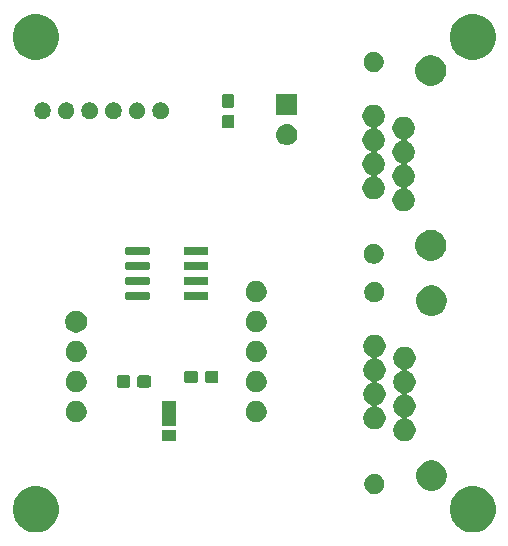
<source format=gbs>
G04 #@! TF.GenerationSoftware,KiCad,Pcbnew,(5.1.2)-1*
G04 #@! TF.CreationDate,2020-12-30T23:25:53+09:00*
G04 #@! TF.ProjectId,M5Atom_CAN_RJ45,4d354174-6f6d-45f4-9341-4e5f524a3435,rev?*
G04 #@! TF.SameCoordinates,Original*
G04 #@! TF.FileFunction,Soldermask,Bot*
G04 #@! TF.FilePolarity,Negative*
%FSLAX46Y46*%
G04 Gerber Fmt 4.6, Leading zero omitted, Abs format (unit mm)*
G04 Created by KiCad (PCBNEW (5.1.2)-1) date 2020-12-30 23:25:53*
%MOMM*%
%LPD*%
G04 APERTURE LIST*
%ADD10C,0.100000*%
G04 APERTURE END LIST*
D10*
G36*
X174569085Y-119323975D02*
G01*
X174924143Y-119471045D01*
X174924145Y-119471046D01*
X175243690Y-119684559D01*
X175515441Y-119956310D01*
X175728954Y-120275855D01*
X175728955Y-120275857D01*
X175876025Y-120630915D01*
X175951000Y-121007842D01*
X175951000Y-121392158D01*
X175876025Y-121769085D01*
X175728955Y-122124143D01*
X175728954Y-122124145D01*
X175515441Y-122443690D01*
X175243690Y-122715441D01*
X174924145Y-122928954D01*
X174924144Y-122928955D01*
X174924143Y-122928955D01*
X174569085Y-123076025D01*
X174192158Y-123151000D01*
X173807842Y-123151000D01*
X173430915Y-123076025D01*
X173075857Y-122928955D01*
X173075856Y-122928955D01*
X173075855Y-122928954D01*
X172756310Y-122715441D01*
X172484559Y-122443690D01*
X172271046Y-122124145D01*
X172271045Y-122124143D01*
X172123975Y-121769085D01*
X172049000Y-121392158D01*
X172049000Y-121007842D01*
X172123975Y-120630915D01*
X172271045Y-120275857D01*
X172271046Y-120275855D01*
X172484559Y-119956310D01*
X172756310Y-119684559D01*
X173075855Y-119471046D01*
X173075857Y-119471045D01*
X173430915Y-119323975D01*
X173807842Y-119249000D01*
X174192158Y-119249000D01*
X174569085Y-119323975D01*
X174569085Y-119323975D01*
G37*
G36*
X137569086Y-119323975D02*
G01*
X137924144Y-119471045D01*
X137924146Y-119471046D01*
X138243691Y-119684559D01*
X138515442Y-119956310D01*
X138728955Y-120275855D01*
X138728956Y-120275857D01*
X138876026Y-120630915D01*
X138951001Y-121007842D01*
X138951001Y-121392158D01*
X138876026Y-121769085D01*
X138728956Y-122124143D01*
X138728955Y-122124145D01*
X138515442Y-122443690D01*
X138243691Y-122715441D01*
X137924146Y-122928954D01*
X137924145Y-122928955D01*
X137924144Y-122928955D01*
X137569086Y-123076025D01*
X137192159Y-123151000D01*
X136807843Y-123151000D01*
X136430916Y-123076025D01*
X136075858Y-122928955D01*
X136075857Y-122928955D01*
X136075856Y-122928954D01*
X135756311Y-122715441D01*
X135484560Y-122443690D01*
X135271047Y-122124145D01*
X135271046Y-122124143D01*
X135123976Y-121769085D01*
X135049001Y-121392158D01*
X135049001Y-121007842D01*
X135123976Y-120630915D01*
X135271046Y-120275857D01*
X135271047Y-120275855D01*
X135484560Y-119956310D01*
X135756311Y-119684559D01*
X136075856Y-119471046D01*
X136075858Y-119471045D01*
X136430916Y-119323975D01*
X136807843Y-119249000D01*
X137192159Y-119249000D01*
X137569086Y-119323975D01*
X137569086Y-119323975D01*
G37*
G36*
X165919228Y-118240703D02*
G01*
X166074100Y-118304853D01*
X166213481Y-118397985D01*
X166332015Y-118516519D01*
X166425147Y-118655900D01*
X166489297Y-118810772D01*
X166522000Y-118975184D01*
X166522000Y-119142816D01*
X166489297Y-119307228D01*
X166425147Y-119462100D01*
X166332015Y-119601481D01*
X166213481Y-119720015D01*
X166074100Y-119813147D01*
X165919228Y-119877297D01*
X165754816Y-119910000D01*
X165587184Y-119910000D01*
X165422772Y-119877297D01*
X165267900Y-119813147D01*
X165128519Y-119720015D01*
X165009985Y-119601481D01*
X164916853Y-119462100D01*
X164852703Y-119307228D01*
X164820000Y-119142816D01*
X164820000Y-118975184D01*
X164852703Y-118810772D01*
X164916853Y-118655900D01*
X165009985Y-118516519D01*
X165128519Y-118397985D01*
X165267900Y-118304853D01*
X165422772Y-118240703D01*
X165587184Y-118208000D01*
X165754816Y-118208000D01*
X165919228Y-118240703D01*
X165919228Y-118240703D01*
G37*
G36*
X170890487Y-117082996D02*
G01*
X171127253Y-117181068D01*
X171127255Y-117181069D01*
X171340339Y-117323447D01*
X171521553Y-117504661D01*
X171663932Y-117717747D01*
X171762004Y-117954513D01*
X171812000Y-118205861D01*
X171812000Y-118462139D01*
X171762004Y-118713487D01*
X171721707Y-118810772D01*
X171663931Y-118950255D01*
X171521553Y-119163339D01*
X171340339Y-119344553D01*
X171127255Y-119486931D01*
X171127254Y-119486932D01*
X171127253Y-119486932D01*
X170890487Y-119585004D01*
X170639139Y-119635000D01*
X170382861Y-119635000D01*
X170131513Y-119585004D01*
X169894747Y-119486932D01*
X169894746Y-119486932D01*
X169894745Y-119486931D01*
X169681661Y-119344553D01*
X169500447Y-119163339D01*
X169358069Y-118950255D01*
X169300293Y-118810772D01*
X169259996Y-118713487D01*
X169210000Y-118462139D01*
X169210000Y-118205861D01*
X169259996Y-117954513D01*
X169358068Y-117717747D01*
X169500447Y-117504661D01*
X169681661Y-117323447D01*
X169894745Y-117181069D01*
X169894747Y-117181068D01*
X170131513Y-117082996D01*
X170382861Y-117033000D01*
X170639139Y-117033000D01*
X170890487Y-117082996D01*
X170890487Y-117082996D01*
G37*
G36*
X168488395Y-107479546D02*
G01*
X168661466Y-107551234D01*
X168661467Y-107551235D01*
X168817227Y-107655310D01*
X168949690Y-107787773D01*
X168949691Y-107787775D01*
X169053766Y-107943534D01*
X169125454Y-108116605D01*
X169162000Y-108300333D01*
X169162000Y-108487667D01*
X169125454Y-108671395D01*
X169053766Y-108844466D01*
X169053765Y-108844467D01*
X168949690Y-109000227D01*
X168817227Y-109132690D01*
X168738818Y-109185081D01*
X168661466Y-109236766D01*
X168522045Y-109294516D01*
X168500434Y-109306067D01*
X168481492Y-109321612D01*
X168465947Y-109340554D01*
X168454396Y-109362165D01*
X168447283Y-109385614D01*
X168444881Y-109410000D01*
X168447283Y-109434386D01*
X168454396Y-109457835D01*
X168465947Y-109479446D01*
X168481492Y-109498388D01*
X168500434Y-109513933D01*
X168522045Y-109525484D01*
X168661466Y-109583234D01*
X168712750Y-109617501D01*
X168817227Y-109687310D01*
X168949690Y-109819773D01*
X168976880Y-109860466D01*
X169053766Y-109975534D01*
X169125454Y-110148605D01*
X169162000Y-110332333D01*
X169162000Y-110519667D01*
X169125454Y-110703395D01*
X169053766Y-110876466D01*
X169053765Y-110876467D01*
X168949690Y-111032227D01*
X168817227Y-111164690D01*
X168738818Y-111217081D01*
X168661466Y-111268766D01*
X168522045Y-111326516D01*
X168500434Y-111338067D01*
X168481492Y-111353612D01*
X168465947Y-111372554D01*
X168454396Y-111394165D01*
X168447283Y-111417614D01*
X168444881Y-111442000D01*
X168447283Y-111466386D01*
X168454396Y-111489835D01*
X168465947Y-111511446D01*
X168481492Y-111530388D01*
X168500434Y-111545933D01*
X168522045Y-111557484D01*
X168661466Y-111615234D01*
X168661467Y-111615235D01*
X168817227Y-111719310D01*
X168949690Y-111851773D01*
X168949691Y-111851775D01*
X169053766Y-112007534D01*
X169125454Y-112180605D01*
X169162000Y-112364333D01*
X169162000Y-112551667D01*
X169125454Y-112735395D01*
X169053766Y-112908466D01*
X169053765Y-112908467D01*
X168949690Y-113064227D01*
X168817227Y-113196690D01*
X168738818Y-113249081D01*
X168661466Y-113300766D01*
X168522045Y-113358516D01*
X168500434Y-113370067D01*
X168481492Y-113385612D01*
X168465947Y-113404554D01*
X168454396Y-113426165D01*
X168447283Y-113449614D01*
X168444881Y-113474000D01*
X168447283Y-113498386D01*
X168454396Y-113521835D01*
X168465947Y-113543446D01*
X168481492Y-113562388D01*
X168500434Y-113577933D01*
X168522045Y-113589484D01*
X168661466Y-113647234D01*
X168661467Y-113647235D01*
X168817227Y-113751310D01*
X168949690Y-113883773D01*
X168949691Y-113883775D01*
X169053766Y-114039534D01*
X169125454Y-114212605D01*
X169162000Y-114396333D01*
X169162000Y-114583667D01*
X169125454Y-114767395D01*
X169053766Y-114940466D01*
X169053765Y-114940467D01*
X168949690Y-115096227D01*
X168817227Y-115228690D01*
X168738818Y-115281081D01*
X168661466Y-115332766D01*
X168488395Y-115404454D01*
X168304667Y-115441000D01*
X168117333Y-115441000D01*
X167933605Y-115404454D01*
X167760534Y-115332766D01*
X167683182Y-115281081D01*
X167604773Y-115228690D01*
X167472310Y-115096227D01*
X167368235Y-114940467D01*
X167368234Y-114940466D01*
X167296546Y-114767395D01*
X167260000Y-114583667D01*
X167260000Y-114396333D01*
X167296546Y-114212605D01*
X167368234Y-114039534D01*
X167472309Y-113883775D01*
X167472310Y-113883773D01*
X167604773Y-113751310D01*
X167760533Y-113647235D01*
X167760534Y-113647234D01*
X167899955Y-113589484D01*
X167921566Y-113577933D01*
X167940508Y-113562388D01*
X167956053Y-113543446D01*
X167967604Y-113521835D01*
X167974717Y-113498386D01*
X167977119Y-113474000D01*
X167974717Y-113449614D01*
X167967604Y-113426165D01*
X167956053Y-113404554D01*
X167940508Y-113385612D01*
X167921566Y-113370067D01*
X167899955Y-113358516D01*
X167760534Y-113300766D01*
X167683182Y-113249081D01*
X167604773Y-113196690D01*
X167472310Y-113064227D01*
X167368235Y-112908467D01*
X167368234Y-112908466D01*
X167296546Y-112735395D01*
X167260000Y-112551667D01*
X167260000Y-112364333D01*
X167296546Y-112180605D01*
X167368234Y-112007534D01*
X167472309Y-111851775D01*
X167472310Y-111851773D01*
X167604773Y-111719310D01*
X167760533Y-111615235D01*
X167760534Y-111615234D01*
X167899955Y-111557484D01*
X167921566Y-111545933D01*
X167940508Y-111530388D01*
X167956053Y-111511446D01*
X167967604Y-111489835D01*
X167974717Y-111466386D01*
X167977119Y-111442000D01*
X167974717Y-111417614D01*
X167967604Y-111394165D01*
X167956053Y-111372554D01*
X167940508Y-111353612D01*
X167921566Y-111338067D01*
X167899955Y-111326516D01*
X167760534Y-111268766D01*
X167683182Y-111217081D01*
X167604773Y-111164690D01*
X167472310Y-111032227D01*
X167368235Y-110876467D01*
X167368234Y-110876466D01*
X167296546Y-110703395D01*
X167260000Y-110519667D01*
X167260000Y-110332333D01*
X167296546Y-110148605D01*
X167368234Y-109975534D01*
X167445120Y-109860466D01*
X167472310Y-109819773D01*
X167604773Y-109687310D01*
X167709250Y-109617501D01*
X167760534Y-109583234D01*
X167899955Y-109525484D01*
X167921566Y-109513933D01*
X167940508Y-109498388D01*
X167956053Y-109479446D01*
X167967604Y-109457835D01*
X167974717Y-109434386D01*
X167977119Y-109410000D01*
X167974717Y-109385614D01*
X167967604Y-109362165D01*
X167956053Y-109340554D01*
X167940508Y-109321612D01*
X167921566Y-109306067D01*
X167899955Y-109294516D01*
X167760534Y-109236766D01*
X167683182Y-109185081D01*
X167604773Y-109132690D01*
X167472310Y-109000227D01*
X167368235Y-108844467D01*
X167368234Y-108844466D01*
X167296546Y-108671395D01*
X167260000Y-108487667D01*
X167260000Y-108300333D01*
X167296546Y-108116605D01*
X167368234Y-107943534D01*
X167472309Y-107787775D01*
X167472310Y-107787773D01*
X167604773Y-107655310D01*
X167760533Y-107551235D01*
X167760534Y-107551234D01*
X167933605Y-107479546D01*
X168117333Y-107443000D01*
X168304667Y-107443000D01*
X168488395Y-107479546D01*
X168488395Y-107479546D01*
G37*
G36*
X148886000Y-115417000D02*
G01*
X147684000Y-115417000D01*
X147684000Y-114515000D01*
X148886000Y-114515000D01*
X148886000Y-115417000D01*
X148886000Y-115417000D01*
G37*
G36*
X165948395Y-106463546D02*
G01*
X166121466Y-106535234D01*
X166121467Y-106535235D01*
X166277227Y-106639310D01*
X166409690Y-106771773D01*
X166409691Y-106771775D01*
X166513766Y-106927534D01*
X166585454Y-107100605D01*
X166622000Y-107284333D01*
X166622000Y-107471667D01*
X166585454Y-107655395D01*
X166513766Y-107828466D01*
X166513765Y-107828467D01*
X166409690Y-107984227D01*
X166277227Y-108116690D01*
X166198818Y-108169081D01*
X166121466Y-108220766D01*
X165982045Y-108278516D01*
X165960434Y-108290067D01*
X165941492Y-108305612D01*
X165925947Y-108324554D01*
X165914396Y-108346165D01*
X165907283Y-108369614D01*
X165904881Y-108394000D01*
X165907283Y-108418386D01*
X165914396Y-108441835D01*
X165925947Y-108463446D01*
X165941492Y-108482388D01*
X165960434Y-108497933D01*
X165982045Y-108509484D01*
X166121466Y-108567234D01*
X166121467Y-108567235D01*
X166277227Y-108671310D01*
X166409690Y-108803773D01*
X166409691Y-108803775D01*
X166513766Y-108959534D01*
X166585454Y-109132605D01*
X166622000Y-109316333D01*
X166622000Y-109503667D01*
X166585454Y-109687395D01*
X166513766Y-109860466D01*
X166462081Y-109937818D01*
X166409690Y-110016227D01*
X166277227Y-110148690D01*
X166198818Y-110201081D01*
X166121466Y-110252766D01*
X165982045Y-110310516D01*
X165960434Y-110322067D01*
X165941492Y-110337612D01*
X165925947Y-110356554D01*
X165914396Y-110378165D01*
X165907283Y-110401614D01*
X165904881Y-110426000D01*
X165907283Y-110450386D01*
X165914396Y-110473835D01*
X165925947Y-110495446D01*
X165941492Y-110514388D01*
X165960434Y-110529933D01*
X165982045Y-110541484D01*
X166121466Y-110599234D01*
X166121467Y-110599235D01*
X166277227Y-110703310D01*
X166409690Y-110835773D01*
X166409691Y-110835775D01*
X166513766Y-110991534D01*
X166585454Y-111164605D01*
X166622000Y-111348333D01*
X166622000Y-111535667D01*
X166585454Y-111719395D01*
X166513766Y-111892466D01*
X166513765Y-111892467D01*
X166409690Y-112048227D01*
X166277227Y-112180690D01*
X166206202Y-112228147D01*
X166121466Y-112284766D01*
X165982045Y-112342516D01*
X165960434Y-112354067D01*
X165941492Y-112369612D01*
X165925947Y-112388554D01*
X165914396Y-112410165D01*
X165907283Y-112433614D01*
X165904881Y-112458000D01*
X165907283Y-112482386D01*
X165914396Y-112505835D01*
X165925947Y-112527446D01*
X165941492Y-112546388D01*
X165960434Y-112561933D01*
X165982045Y-112573484D01*
X166121466Y-112631234D01*
X166121467Y-112631235D01*
X166277227Y-112735310D01*
X166409690Y-112867773D01*
X166409691Y-112867775D01*
X166513766Y-113023534D01*
X166585454Y-113196605D01*
X166622000Y-113380333D01*
X166622000Y-113567667D01*
X166585454Y-113751395D01*
X166513766Y-113924466D01*
X166513765Y-113924467D01*
X166409690Y-114080227D01*
X166277227Y-114212690D01*
X166198818Y-114265081D01*
X166121466Y-114316766D01*
X165948395Y-114388454D01*
X165764667Y-114425000D01*
X165577333Y-114425000D01*
X165393605Y-114388454D01*
X165220534Y-114316766D01*
X165143182Y-114265081D01*
X165064773Y-114212690D01*
X164932310Y-114080227D01*
X164828235Y-113924467D01*
X164828234Y-113924466D01*
X164756546Y-113751395D01*
X164720000Y-113567667D01*
X164720000Y-113380333D01*
X164756546Y-113196605D01*
X164828234Y-113023534D01*
X164932309Y-112867775D01*
X164932310Y-112867773D01*
X165064773Y-112735310D01*
X165220533Y-112631235D01*
X165220534Y-112631234D01*
X165359955Y-112573484D01*
X165381566Y-112561933D01*
X165400508Y-112546388D01*
X165416053Y-112527446D01*
X165427604Y-112505835D01*
X165434717Y-112482386D01*
X165437119Y-112458000D01*
X165434717Y-112433614D01*
X165427604Y-112410165D01*
X165416053Y-112388554D01*
X165400508Y-112369612D01*
X165381566Y-112354067D01*
X165359955Y-112342516D01*
X165220534Y-112284766D01*
X165135798Y-112228147D01*
X165064773Y-112180690D01*
X164932310Y-112048227D01*
X164828235Y-111892467D01*
X164828234Y-111892466D01*
X164756546Y-111719395D01*
X164720000Y-111535667D01*
X164720000Y-111348333D01*
X164756546Y-111164605D01*
X164828234Y-110991534D01*
X164932309Y-110835775D01*
X164932310Y-110835773D01*
X165064773Y-110703310D01*
X165220533Y-110599235D01*
X165220534Y-110599234D01*
X165359955Y-110541484D01*
X165381566Y-110529933D01*
X165400508Y-110514388D01*
X165416053Y-110495446D01*
X165427604Y-110473835D01*
X165434717Y-110450386D01*
X165437119Y-110426000D01*
X165434717Y-110401614D01*
X165427604Y-110378165D01*
X165416053Y-110356554D01*
X165400508Y-110337612D01*
X165381566Y-110322067D01*
X165359955Y-110310516D01*
X165220534Y-110252766D01*
X165143182Y-110201081D01*
X165064773Y-110148690D01*
X164932310Y-110016227D01*
X164879919Y-109937818D01*
X164828234Y-109860466D01*
X164756546Y-109687395D01*
X164720000Y-109503667D01*
X164720000Y-109316333D01*
X164756546Y-109132605D01*
X164828234Y-108959534D01*
X164932309Y-108803775D01*
X164932310Y-108803773D01*
X165064773Y-108671310D01*
X165220533Y-108567235D01*
X165220534Y-108567234D01*
X165359955Y-108509484D01*
X165381566Y-108497933D01*
X165400508Y-108482388D01*
X165416053Y-108463446D01*
X165427604Y-108441835D01*
X165434717Y-108418386D01*
X165437119Y-108394000D01*
X165434717Y-108369614D01*
X165427604Y-108346165D01*
X165416053Y-108324554D01*
X165400508Y-108305612D01*
X165381566Y-108290067D01*
X165359955Y-108278516D01*
X165220534Y-108220766D01*
X165143182Y-108169081D01*
X165064773Y-108116690D01*
X164932310Y-107984227D01*
X164828235Y-107828467D01*
X164828234Y-107828466D01*
X164756546Y-107655395D01*
X164720000Y-107471667D01*
X164720000Y-107284333D01*
X164756546Y-107100605D01*
X164828234Y-106927534D01*
X164932309Y-106771775D01*
X164932310Y-106771773D01*
X165064773Y-106639310D01*
X165220533Y-106535235D01*
X165220534Y-106535234D01*
X165393605Y-106463546D01*
X165577333Y-106427000D01*
X165764667Y-106427000D01*
X165948395Y-106463546D01*
X165948395Y-106463546D01*
G37*
G36*
X148886000Y-114117000D02*
G01*
X147684000Y-114117000D01*
X147684000Y-112015000D01*
X148886000Y-112015000D01*
X148886000Y-114117000D01*
X148886000Y-114117000D01*
G37*
G36*
X140540512Y-112031927D02*
G01*
X140689812Y-112061624D01*
X140853784Y-112129544D01*
X141001354Y-112228147D01*
X141126853Y-112353646D01*
X141225456Y-112501216D01*
X141293376Y-112665188D01*
X141328000Y-112839259D01*
X141328000Y-113016741D01*
X141293376Y-113190812D01*
X141225456Y-113354784D01*
X141126853Y-113502354D01*
X141001354Y-113627853D01*
X140853784Y-113726456D01*
X140689812Y-113794376D01*
X140540512Y-113824073D01*
X140515742Y-113829000D01*
X140338258Y-113829000D01*
X140313488Y-113824073D01*
X140164188Y-113794376D01*
X140000216Y-113726456D01*
X139852646Y-113627853D01*
X139727147Y-113502354D01*
X139628544Y-113354784D01*
X139560624Y-113190812D01*
X139526000Y-113016741D01*
X139526000Y-112839259D01*
X139560624Y-112665188D01*
X139628544Y-112501216D01*
X139727147Y-112353646D01*
X139852646Y-112228147D01*
X140000216Y-112129544D01*
X140164188Y-112061624D01*
X140313488Y-112031927D01*
X140338258Y-112027000D01*
X140515742Y-112027000D01*
X140540512Y-112031927D01*
X140540512Y-112031927D01*
G37*
G36*
X155780512Y-112031927D02*
G01*
X155929812Y-112061624D01*
X156093784Y-112129544D01*
X156241354Y-112228147D01*
X156366853Y-112353646D01*
X156465456Y-112501216D01*
X156533376Y-112665188D01*
X156568000Y-112839259D01*
X156568000Y-113016741D01*
X156533376Y-113190812D01*
X156465456Y-113354784D01*
X156366853Y-113502354D01*
X156241354Y-113627853D01*
X156093784Y-113726456D01*
X155929812Y-113794376D01*
X155780512Y-113824073D01*
X155755742Y-113829000D01*
X155578258Y-113829000D01*
X155553488Y-113824073D01*
X155404188Y-113794376D01*
X155240216Y-113726456D01*
X155092646Y-113627853D01*
X154967147Y-113502354D01*
X154868544Y-113354784D01*
X154800624Y-113190812D01*
X154766000Y-113016741D01*
X154766000Y-112839259D01*
X154800624Y-112665188D01*
X154868544Y-112501216D01*
X154967147Y-112353646D01*
X155092646Y-112228147D01*
X155240216Y-112129544D01*
X155404188Y-112061624D01*
X155553488Y-112031927D01*
X155578258Y-112027000D01*
X155755742Y-112027000D01*
X155780512Y-112031927D01*
X155780512Y-112031927D01*
G37*
G36*
X140540512Y-109491927D02*
G01*
X140689812Y-109521624D01*
X140853784Y-109589544D01*
X141001354Y-109688147D01*
X141126853Y-109813646D01*
X141225456Y-109961216D01*
X141293376Y-110125188D01*
X141317207Y-110245000D01*
X141328000Y-110299258D01*
X141328000Y-110476742D01*
X141325164Y-110491000D01*
X141293376Y-110650812D01*
X141225456Y-110814784D01*
X141126853Y-110962354D01*
X141001354Y-111087853D01*
X140853784Y-111186456D01*
X140689812Y-111254376D01*
X140540512Y-111284073D01*
X140515742Y-111289000D01*
X140338258Y-111289000D01*
X140313488Y-111284073D01*
X140164188Y-111254376D01*
X140000216Y-111186456D01*
X139852646Y-111087853D01*
X139727147Y-110962354D01*
X139628544Y-110814784D01*
X139560624Y-110650812D01*
X139528836Y-110491000D01*
X139526000Y-110476742D01*
X139526000Y-110299258D01*
X139536793Y-110245000D01*
X139560624Y-110125188D01*
X139628544Y-109961216D01*
X139727147Y-109813646D01*
X139852646Y-109688147D01*
X140000216Y-109589544D01*
X140164188Y-109521624D01*
X140313488Y-109491927D01*
X140338258Y-109487000D01*
X140515742Y-109487000D01*
X140540512Y-109491927D01*
X140540512Y-109491927D01*
G37*
G36*
X155780512Y-109491927D02*
G01*
X155929812Y-109521624D01*
X156093784Y-109589544D01*
X156241354Y-109688147D01*
X156366853Y-109813646D01*
X156465456Y-109961216D01*
X156533376Y-110125188D01*
X156557207Y-110245000D01*
X156568000Y-110299258D01*
X156568000Y-110476742D01*
X156565164Y-110491000D01*
X156533376Y-110650812D01*
X156465456Y-110814784D01*
X156366853Y-110962354D01*
X156241354Y-111087853D01*
X156093784Y-111186456D01*
X155929812Y-111254376D01*
X155780512Y-111284073D01*
X155755742Y-111289000D01*
X155578258Y-111289000D01*
X155553488Y-111284073D01*
X155404188Y-111254376D01*
X155240216Y-111186456D01*
X155092646Y-111087853D01*
X154967147Y-110962354D01*
X154868544Y-110814784D01*
X154800624Y-110650812D01*
X154768836Y-110491000D01*
X154766000Y-110476742D01*
X154766000Y-110299258D01*
X154776793Y-110245000D01*
X154800624Y-110125188D01*
X154868544Y-109961216D01*
X154967147Y-109813646D01*
X155092646Y-109688147D01*
X155240216Y-109589544D01*
X155404188Y-109521624D01*
X155553488Y-109491927D01*
X155578258Y-109487000D01*
X155755742Y-109487000D01*
X155780512Y-109491927D01*
X155780512Y-109491927D01*
G37*
G36*
X144838499Y-109841445D02*
G01*
X144875995Y-109852820D01*
X144910554Y-109871292D01*
X144940847Y-109896153D01*
X144965708Y-109926446D01*
X144984180Y-109961005D01*
X144995555Y-109998501D01*
X145000000Y-110043638D01*
X145000000Y-110682362D01*
X144995555Y-110727499D01*
X144984180Y-110764995D01*
X144965708Y-110799554D01*
X144940847Y-110829847D01*
X144910554Y-110854708D01*
X144875995Y-110873180D01*
X144838499Y-110884555D01*
X144793362Y-110889000D01*
X144054638Y-110889000D01*
X144009501Y-110884555D01*
X143972005Y-110873180D01*
X143937446Y-110854708D01*
X143907153Y-110829847D01*
X143882292Y-110799554D01*
X143863820Y-110764995D01*
X143852445Y-110727499D01*
X143848000Y-110682362D01*
X143848000Y-110043638D01*
X143852445Y-109998501D01*
X143863820Y-109961005D01*
X143882292Y-109926446D01*
X143907153Y-109896153D01*
X143937446Y-109871292D01*
X143972005Y-109852820D01*
X144009501Y-109841445D01*
X144054638Y-109837000D01*
X144793362Y-109837000D01*
X144838499Y-109841445D01*
X144838499Y-109841445D01*
G37*
G36*
X146588499Y-109841445D02*
G01*
X146625995Y-109852820D01*
X146660554Y-109871292D01*
X146690847Y-109896153D01*
X146715708Y-109926446D01*
X146734180Y-109961005D01*
X146745555Y-109998501D01*
X146750000Y-110043638D01*
X146750000Y-110682362D01*
X146745555Y-110727499D01*
X146734180Y-110764995D01*
X146715708Y-110799554D01*
X146690847Y-110829847D01*
X146660554Y-110854708D01*
X146625995Y-110873180D01*
X146588499Y-110884555D01*
X146543362Y-110889000D01*
X145804638Y-110889000D01*
X145759501Y-110884555D01*
X145722005Y-110873180D01*
X145687446Y-110854708D01*
X145657153Y-110829847D01*
X145632292Y-110799554D01*
X145613820Y-110764995D01*
X145602445Y-110727499D01*
X145598000Y-110682362D01*
X145598000Y-110043638D01*
X145602445Y-109998501D01*
X145613820Y-109961005D01*
X145632292Y-109926446D01*
X145657153Y-109896153D01*
X145687446Y-109871292D01*
X145722005Y-109852820D01*
X145759501Y-109841445D01*
X145804638Y-109837000D01*
X146543362Y-109837000D01*
X146588499Y-109841445D01*
X146588499Y-109841445D01*
G37*
G36*
X152306499Y-109460445D02*
G01*
X152343995Y-109471820D01*
X152378554Y-109490292D01*
X152408847Y-109515153D01*
X152433708Y-109545446D01*
X152452180Y-109580005D01*
X152463555Y-109617501D01*
X152468000Y-109662638D01*
X152468000Y-110301362D01*
X152463555Y-110346499D01*
X152452180Y-110383995D01*
X152433708Y-110418554D01*
X152408847Y-110448847D01*
X152378554Y-110473708D01*
X152343995Y-110492180D01*
X152306499Y-110503555D01*
X152261362Y-110508000D01*
X151522638Y-110508000D01*
X151477501Y-110503555D01*
X151440005Y-110492180D01*
X151405446Y-110473708D01*
X151375153Y-110448847D01*
X151350292Y-110418554D01*
X151331820Y-110383995D01*
X151320445Y-110346499D01*
X151316000Y-110301362D01*
X151316000Y-109662638D01*
X151320445Y-109617501D01*
X151331820Y-109580005D01*
X151350292Y-109545446D01*
X151375153Y-109515153D01*
X151405446Y-109490292D01*
X151440005Y-109471820D01*
X151477501Y-109460445D01*
X151522638Y-109456000D01*
X152261362Y-109456000D01*
X152306499Y-109460445D01*
X152306499Y-109460445D01*
G37*
G36*
X150556499Y-109460445D02*
G01*
X150593995Y-109471820D01*
X150628554Y-109490292D01*
X150658847Y-109515153D01*
X150683708Y-109545446D01*
X150702180Y-109580005D01*
X150713555Y-109617501D01*
X150718000Y-109662638D01*
X150718000Y-110301362D01*
X150713555Y-110346499D01*
X150702180Y-110383995D01*
X150683708Y-110418554D01*
X150658847Y-110448847D01*
X150628554Y-110473708D01*
X150593995Y-110492180D01*
X150556499Y-110503555D01*
X150511362Y-110508000D01*
X149772638Y-110508000D01*
X149727501Y-110503555D01*
X149690005Y-110492180D01*
X149655446Y-110473708D01*
X149625153Y-110448847D01*
X149600292Y-110418554D01*
X149581820Y-110383995D01*
X149570445Y-110346499D01*
X149566000Y-110301362D01*
X149566000Y-109662638D01*
X149570445Y-109617501D01*
X149581820Y-109580005D01*
X149600292Y-109545446D01*
X149625153Y-109515153D01*
X149655446Y-109490292D01*
X149690005Y-109471820D01*
X149727501Y-109460445D01*
X149772638Y-109456000D01*
X150511362Y-109456000D01*
X150556499Y-109460445D01*
X150556499Y-109460445D01*
G37*
G36*
X155780512Y-106951927D02*
G01*
X155929812Y-106981624D01*
X156093784Y-107049544D01*
X156241354Y-107148147D01*
X156366853Y-107273646D01*
X156465456Y-107421216D01*
X156533376Y-107585188D01*
X156568000Y-107759259D01*
X156568000Y-107936741D01*
X156533376Y-108110812D01*
X156465456Y-108274784D01*
X156366853Y-108422354D01*
X156241354Y-108547853D01*
X156093784Y-108646456D01*
X155929812Y-108714376D01*
X155780512Y-108744073D01*
X155755742Y-108749000D01*
X155578258Y-108749000D01*
X155553488Y-108744073D01*
X155404188Y-108714376D01*
X155240216Y-108646456D01*
X155092646Y-108547853D01*
X154967147Y-108422354D01*
X154868544Y-108274784D01*
X154800624Y-108110812D01*
X154766000Y-107936741D01*
X154766000Y-107759259D01*
X154800624Y-107585188D01*
X154868544Y-107421216D01*
X154967147Y-107273646D01*
X155092646Y-107148147D01*
X155240216Y-107049544D01*
X155404188Y-106981624D01*
X155553488Y-106951927D01*
X155578258Y-106947000D01*
X155755742Y-106947000D01*
X155780512Y-106951927D01*
X155780512Y-106951927D01*
G37*
G36*
X140540512Y-106951927D02*
G01*
X140689812Y-106981624D01*
X140853784Y-107049544D01*
X141001354Y-107148147D01*
X141126853Y-107273646D01*
X141225456Y-107421216D01*
X141293376Y-107585188D01*
X141328000Y-107759259D01*
X141328000Y-107936741D01*
X141293376Y-108110812D01*
X141225456Y-108274784D01*
X141126853Y-108422354D01*
X141001354Y-108547853D01*
X140853784Y-108646456D01*
X140689812Y-108714376D01*
X140540512Y-108744073D01*
X140515742Y-108749000D01*
X140338258Y-108749000D01*
X140313488Y-108744073D01*
X140164188Y-108714376D01*
X140000216Y-108646456D01*
X139852646Y-108547853D01*
X139727147Y-108422354D01*
X139628544Y-108274784D01*
X139560624Y-108110812D01*
X139526000Y-107936741D01*
X139526000Y-107759259D01*
X139560624Y-107585188D01*
X139628544Y-107421216D01*
X139727147Y-107273646D01*
X139852646Y-107148147D01*
X140000216Y-107049544D01*
X140164188Y-106981624D01*
X140313488Y-106951927D01*
X140338258Y-106947000D01*
X140515742Y-106947000D01*
X140540512Y-106951927D01*
X140540512Y-106951927D01*
G37*
G36*
X140700925Y-104404988D02*
G01*
X140871829Y-104475779D01*
X140871831Y-104475780D01*
X141025641Y-104578553D01*
X141156447Y-104709359D01*
X141206992Y-104785004D01*
X141259221Y-104863171D01*
X141330012Y-105034075D01*
X141366100Y-105215505D01*
X141366100Y-105400495D01*
X141330012Y-105581925D01*
X141259221Y-105752829D01*
X141259220Y-105752831D01*
X141156447Y-105906641D01*
X141025641Y-106037447D01*
X140871831Y-106140220D01*
X140871830Y-106140221D01*
X140871829Y-106140221D01*
X140700925Y-106211012D01*
X140519495Y-106247100D01*
X140334505Y-106247100D01*
X140153075Y-106211012D01*
X139982171Y-106140221D01*
X139982170Y-106140221D01*
X139982169Y-106140220D01*
X139828359Y-106037447D01*
X139697553Y-105906641D01*
X139594780Y-105752831D01*
X139594779Y-105752829D01*
X139523988Y-105581925D01*
X139487900Y-105400495D01*
X139487900Y-105215505D01*
X139523988Y-105034075D01*
X139594779Y-104863171D01*
X139647009Y-104785004D01*
X139697553Y-104709359D01*
X139828359Y-104578553D01*
X139982169Y-104475780D01*
X139982171Y-104475779D01*
X140153075Y-104404988D01*
X140334505Y-104368900D01*
X140519495Y-104368900D01*
X140700925Y-104404988D01*
X140700925Y-104404988D01*
G37*
G36*
X155780512Y-104411927D02*
G01*
X155929812Y-104441624D01*
X156093784Y-104509544D01*
X156241354Y-104608147D01*
X156366853Y-104733646D01*
X156465456Y-104881216D01*
X156533376Y-105045188D01*
X156568000Y-105219259D01*
X156568000Y-105396741D01*
X156533376Y-105570812D01*
X156465456Y-105734784D01*
X156366853Y-105882354D01*
X156241354Y-106007853D01*
X156093784Y-106106456D01*
X155929812Y-106174376D01*
X155780512Y-106204073D01*
X155755742Y-106209000D01*
X155578258Y-106209000D01*
X155553488Y-106204073D01*
X155404188Y-106174376D01*
X155240216Y-106106456D01*
X155092646Y-106007853D01*
X154967147Y-105882354D01*
X154868544Y-105734784D01*
X154800624Y-105570812D01*
X154766000Y-105396741D01*
X154766000Y-105219259D01*
X154800624Y-105045188D01*
X154868544Y-104881216D01*
X154967147Y-104733646D01*
X155092646Y-104608147D01*
X155240216Y-104509544D01*
X155404188Y-104441624D01*
X155553488Y-104411927D01*
X155578258Y-104407000D01*
X155755742Y-104407000D01*
X155780512Y-104411927D01*
X155780512Y-104411927D01*
G37*
G36*
X170890487Y-102282996D02*
G01*
X171127253Y-102381068D01*
X171127255Y-102381069D01*
X171340339Y-102523447D01*
X171521553Y-102704661D01*
X171661604Y-102914262D01*
X171663932Y-102917747D01*
X171762004Y-103154513D01*
X171812000Y-103405861D01*
X171812000Y-103662139D01*
X171762004Y-103913487D01*
X171663932Y-104150253D01*
X171663931Y-104150255D01*
X171521553Y-104363339D01*
X171340339Y-104544553D01*
X171127255Y-104686931D01*
X171127254Y-104686932D01*
X171127253Y-104686932D01*
X170890487Y-104785004D01*
X170639139Y-104835000D01*
X170382861Y-104835000D01*
X170131513Y-104785004D01*
X169894747Y-104686932D01*
X169894746Y-104686932D01*
X169894745Y-104686931D01*
X169681661Y-104544553D01*
X169500447Y-104363339D01*
X169358069Y-104150255D01*
X169358068Y-104150253D01*
X169259996Y-103913487D01*
X169210000Y-103662139D01*
X169210000Y-103405861D01*
X169259996Y-103154513D01*
X169358068Y-102917747D01*
X169360397Y-102914262D01*
X169500447Y-102704661D01*
X169681661Y-102523447D01*
X169894745Y-102381069D01*
X169894747Y-102381068D01*
X170131513Y-102282996D01*
X170382861Y-102233000D01*
X170639139Y-102233000D01*
X170890487Y-102282996D01*
X170890487Y-102282996D01*
G37*
G36*
X155780512Y-101871927D02*
G01*
X155929812Y-101901624D01*
X156093784Y-101969544D01*
X156241354Y-102068147D01*
X156366853Y-102193646D01*
X156465456Y-102341216D01*
X156533376Y-102505188D01*
X156568000Y-102679259D01*
X156568000Y-102856741D01*
X156533376Y-103030812D01*
X156465456Y-103194784D01*
X156366853Y-103342354D01*
X156241354Y-103467853D01*
X156093784Y-103566456D01*
X155929812Y-103634376D01*
X155790234Y-103662139D01*
X155755742Y-103669000D01*
X155578258Y-103669000D01*
X155543766Y-103662139D01*
X155404188Y-103634376D01*
X155240216Y-103566456D01*
X155092646Y-103467853D01*
X154967147Y-103342354D01*
X154868544Y-103194784D01*
X154800624Y-103030812D01*
X154766000Y-102856741D01*
X154766000Y-102679259D01*
X154800624Y-102505188D01*
X154868544Y-102341216D01*
X154967147Y-102193646D01*
X155092646Y-102068147D01*
X155240216Y-101969544D01*
X155404188Y-101901624D01*
X155553488Y-101871927D01*
X155578258Y-101867000D01*
X155755742Y-101867000D01*
X155780512Y-101871927D01*
X155780512Y-101871927D01*
G37*
G36*
X165919228Y-101990703D02*
G01*
X166074100Y-102054853D01*
X166213481Y-102147985D01*
X166332015Y-102266519D01*
X166425147Y-102405900D01*
X166489297Y-102560772D01*
X166522000Y-102725184D01*
X166522000Y-102892816D01*
X166489297Y-103057228D01*
X166425147Y-103212100D01*
X166332015Y-103351481D01*
X166213481Y-103470015D01*
X166074100Y-103563147D01*
X165919228Y-103627297D01*
X165754816Y-103660000D01*
X165587184Y-103660000D01*
X165422772Y-103627297D01*
X165267900Y-103563147D01*
X165128519Y-103470015D01*
X165009985Y-103351481D01*
X164916853Y-103212100D01*
X164852703Y-103057228D01*
X164820000Y-102892816D01*
X164820000Y-102725184D01*
X164852703Y-102560772D01*
X164916853Y-102405900D01*
X165009985Y-102266519D01*
X165128519Y-102147985D01*
X165267900Y-102054853D01*
X165422772Y-101990703D01*
X165587184Y-101958000D01*
X165754816Y-101958000D01*
X165919228Y-101990703D01*
X165919228Y-101990703D01*
G37*
G36*
X146541928Y-102775764D02*
G01*
X146563009Y-102782160D01*
X146582445Y-102792548D01*
X146599476Y-102806524D01*
X146613452Y-102823555D01*
X146623840Y-102842991D01*
X146630236Y-102864072D01*
X146633000Y-102892140D01*
X146633000Y-103355860D01*
X146630236Y-103383928D01*
X146623840Y-103405009D01*
X146613452Y-103424445D01*
X146599476Y-103441476D01*
X146582445Y-103455452D01*
X146563009Y-103465840D01*
X146541928Y-103472236D01*
X146513860Y-103475000D01*
X144700140Y-103475000D01*
X144672072Y-103472236D01*
X144650991Y-103465840D01*
X144631555Y-103455452D01*
X144614524Y-103441476D01*
X144600548Y-103424445D01*
X144590160Y-103405009D01*
X144583764Y-103383928D01*
X144581000Y-103355860D01*
X144581000Y-102892140D01*
X144583764Y-102864072D01*
X144590160Y-102842991D01*
X144600548Y-102823555D01*
X144614524Y-102806524D01*
X144631555Y-102792548D01*
X144650991Y-102782160D01*
X144672072Y-102775764D01*
X144700140Y-102773000D01*
X146513860Y-102773000D01*
X146541928Y-102775764D01*
X146541928Y-102775764D01*
G37*
G36*
X151491928Y-102775764D02*
G01*
X151513009Y-102782160D01*
X151532445Y-102792548D01*
X151549476Y-102806524D01*
X151563452Y-102823555D01*
X151573840Y-102842991D01*
X151580236Y-102864072D01*
X151583000Y-102892140D01*
X151583000Y-103355860D01*
X151580236Y-103383928D01*
X151573840Y-103405009D01*
X151563452Y-103424445D01*
X151549476Y-103441476D01*
X151532445Y-103455452D01*
X151513009Y-103465840D01*
X151491928Y-103472236D01*
X151463860Y-103475000D01*
X149650140Y-103475000D01*
X149622072Y-103472236D01*
X149600991Y-103465840D01*
X149581555Y-103455452D01*
X149564524Y-103441476D01*
X149550548Y-103424445D01*
X149540160Y-103405009D01*
X149533764Y-103383928D01*
X149531000Y-103355860D01*
X149531000Y-102892140D01*
X149533764Y-102864072D01*
X149540160Y-102842991D01*
X149550548Y-102823555D01*
X149564524Y-102806524D01*
X149581555Y-102792548D01*
X149600991Y-102782160D01*
X149622072Y-102775764D01*
X149650140Y-102773000D01*
X151463860Y-102773000D01*
X151491928Y-102775764D01*
X151491928Y-102775764D01*
G37*
G36*
X146541928Y-101505764D02*
G01*
X146563009Y-101512160D01*
X146582445Y-101522548D01*
X146599476Y-101536524D01*
X146613452Y-101553555D01*
X146623840Y-101572991D01*
X146630236Y-101594072D01*
X146633000Y-101622140D01*
X146633000Y-102085860D01*
X146630236Y-102113928D01*
X146623840Y-102135009D01*
X146613452Y-102154445D01*
X146599476Y-102171476D01*
X146582445Y-102185452D01*
X146563009Y-102195840D01*
X146541928Y-102202236D01*
X146513860Y-102205000D01*
X144700140Y-102205000D01*
X144672072Y-102202236D01*
X144650991Y-102195840D01*
X144631555Y-102185452D01*
X144614524Y-102171476D01*
X144600548Y-102154445D01*
X144590160Y-102135009D01*
X144583764Y-102113928D01*
X144581000Y-102085860D01*
X144581000Y-101622140D01*
X144583764Y-101594072D01*
X144590160Y-101572991D01*
X144600548Y-101553555D01*
X144614524Y-101536524D01*
X144631555Y-101522548D01*
X144650991Y-101512160D01*
X144672072Y-101505764D01*
X144700140Y-101503000D01*
X146513860Y-101503000D01*
X146541928Y-101505764D01*
X146541928Y-101505764D01*
G37*
G36*
X151491928Y-101505764D02*
G01*
X151513009Y-101512160D01*
X151532445Y-101522548D01*
X151549476Y-101536524D01*
X151563452Y-101553555D01*
X151573840Y-101572991D01*
X151580236Y-101594072D01*
X151583000Y-101622140D01*
X151583000Y-102085860D01*
X151580236Y-102113928D01*
X151573840Y-102135009D01*
X151563452Y-102154445D01*
X151549476Y-102171476D01*
X151532445Y-102185452D01*
X151513009Y-102195840D01*
X151491928Y-102202236D01*
X151463860Y-102205000D01*
X149650140Y-102205000D01*
X149622072Y-102202236D01*
X149600991Y-102195840D01*
X149581555Y-102185452D01*
X149564524Y-102171476D01*
X149550548Y-102154445D01*
X149540160Y-102135009D01*
X149533764Y-102113928D01*
X149531000Y-102085860D01*
X149531000Y-101622140D01*
X149533764Y-101594072D01*
X149540160Y-101572991D01*
X149550548Y-101553555D01*
X149564524Y-101536524D01*
X149581555Y-101522548D01*
X149600991Y-101512160D01*
X149622072Y-101505764D01*
X149650140Y-101503000D01*
X151463860Y-101503000D01*
X151491928Y-101505764D01*
X151491928Y-101505764D01*
G37*
G36*
X151491928Y-100235764D02*
G01*
X151513009Y-100242160D01*
X151532445Y-100252548D01*
X151549476Y-100266524D01*
X151563452Y-100283555D01*
X151573840Y-100302991D01*
X151580236Y-100324072D01*
X151583000Y-100352140D01*
X151583000Y-100815860D01*
X151580236Y-100843928D01*
X151573840Y-100865009D01*
X151563452Y-100884445D01*
X151549476Y-100901476D01*
X151532445Y-100915452D01*
X151513009Y-100925840D01*
X151491928Y-100932236D01*
X151463860Y-100935000D01*
X149650140Y-100935000D01*
X149622072Y-100932236D01*
X149600991Y-100925840D01*
X149581555Y-100915452D01*
X149564524Y-100901476D01*
X149550548Y-100884445D01*
X149540160Y-100865009D01*
X149533764Y-100843928D01*
X149531000Y-100815860D01*
X149531000Y-100352140D01*
X149533764Y-100324072D01*
X149540160Y-100302991D01*
X149550548Y-100283555D01*
X149564524Y-100266524D01*
X149581555Y-100252548D01*
X149600991Y-100242160D01*
X149622072Y-100235764D01*
X149650140Y-100233000D01*
X151463860Y-100233000D01*
X151491928Y-100235764D01*
X151491928Y-100235764D01*
G37*
G36*
X146541928Y-100235764D02*
G01*
X146563009Y-100242160D01*
X146582445Y-100252548D01*
X146599476Y-100266524D01*
X146613452Y-100283555D01*
X146623840Y-100302991D01*
X146630236Y-100324072D01*
X146633000Y-100352140D01*
X146633000Y-100815860D01*
X146630236Y-100843928D01*
X146623840Y-100865009D01*
X146613452Y-100884445D01*
X146599476Y-100901476D01*
X146582445Y-100915452D01*
X146563009Y-100925840D01*
X146541928Y-100932236D01*
X146513860Y-100935000D01*
X144700140Y-100935000D01*
X144672072Y-100932236D01*
X144650991Y-100925840D01*
X144631555Y-100915452D01*
X144614524Y-100901476D01*
X144600548Y-100884445D01*
X144590160Y-100865009D01*
X144583764Y-100843928D01*
X144581000Y-100815860D01*
X144581000Y-100352140D01*
X144583764Y-100324072D01*
X144590160Y-100302991D01*
X144600548Y-100283555D01*
X144614524Y-100266524D01*
X144631555Y-100252548D01*
X144650991Y-100242160D01*
X144672072Y-100235764D01*
X144700140Y-100233000D01*
X146513860Y-100233000D01*
X146541928Y-100235764D01*
X146541928Y-100235764D01*
G37*
G36*
X165856228Y-98746703D02*
G01*
X166011100Y-98810853D01*
X166150481Y-98903985D01*
X166269015Y-99022519D01*
X166362147Y-99161900D01*
X166426297Y-99316772D01*
X166459000Y-99481184D01*
X166459000Y-99648816D01*
X166426297Y-99813228D01*
X166362147Y-99968100D01*
X166269015Y-100107481D01*
X166150481Y-100226015D01*
X166011100Y-100319147D01*
X165856228Y-100383297D01*
X165691816Y-100416000D01*
X165524184Y-100416000D01*
X165359772Y-100383297D01*
X165204900Y-100319147D01*
X165065519Y-100226015D01*
X164946985Y-100107481D01*
X164853853Y-99968100D01*
X164789703Y-99813228D01*
X164757000Y-99648816D01*
X164757000Y-99481184D01*
X164789703Y-99316772D01*
X164853853Y-99161900D01*
X164946985Y-99022519D01*
X165065519Y-98903985D01*
X165204900Y-98810853D01*
X165359772Y-98746703D01*
X165524184Y-98714000D01*
X165691816Y-98714000D01*
X165856228Y-98746703D01*
X165856228Y-98746703D01*
G37*
G36*
X170827487Y-97588996D02*
G01*
X171064253Y-97687068D01*
X171064255Y-97687069D01*
X171277339Y-97829447D01*
X171458553Y-98010661D01*
X171600932Y-98223747D01*
X171699004Y-98460513D01*
X171749000Y-98711861D01*
X171749000Y-98968139D01*
X171699004Y-99219487D01*
X171658707Y-99316772D01*
X171600931Y-99456255D01*
X171458553Y-99669339D01*
X171277339Y-99850553D01*
X171064255Y-99992931D01*
X171064254Y-99992932D01*
X171064253Y-99992932D01*
X170827487Y-100091004D01*
X170576139Y-100141000D01*
X170319861Y-100141000D01*
X170068513Y-100091004D01*
X169831747Y-99992932D01*
X169831746Y-99992932D01*
X169831745Y-99992931D01*
X169618661Y-99850553D01*
X169437447Y-99669339D01*
X169295069Y-99456255D01*
X169237293Y-99316772D01*
X169196996Y-99219487D01*
X169147000Y-98968139D01*
X169147000Y-98711861D01*
X169196996Y-98460513D01*
X169295068Y-98223747D01*
X169437447Y-98010661D01*
X169618661Y-97829447D01*
X169831745Y-97687069D01*
X169831747Y-97687068D01*
X170068513Y-97588996D01*
X170319861Y-97539000D01*
X170576139Y-97539000D01*
X170827487Y-97588996D01*
X170827487Y-97588996D01*
G37*
G36*
X146541928Y-98965764D02*
G01*
X146563009Y-98972160D01*
X146582445Y-98982548D01*
X146599476Y-98996524D01*
X146613452Y-99013555D01*
X146623840Y-99032991D01*
X146630236Y-99054072D01*
X146633000Y-99082140D01*
X146633000Y-99545860D01*
X146630236Y-99573928D01*
X146623840Y-99595009D01*
X146613452Y-99614445D01*
X146599476Y-99631476D01*
X146582445Y-99645452D01*
X146563009Y-99655840D01*
X146541928Y-99662236D01*
X146513860Y-99665000D01*
X144700140Y-99665000D01*
X144672072Y-99662236D01*
X144650991Y-99655840D01*
X144631555Y-99645452D01*
X144614524Y-99631476D01*
X144600548Y-99614445D01*
X144590160Y-99595009D01*
X144583764Y-99573928D01*
X144581000Y-99545860D01*
X144581000Y-99082140D01*
X144583764Y-99054072D01*
X144590160Y-99032991D01*
X144600548Y-99013555D01*
X144614524Y-98996524D01*
X144631555Y-98982548D01*
X144650991Y-98972160D01*
X144672072Y-98965764D01*
X144700140Y-98963000D01*
X146513860Y-98963000D01*
X146541928Y-98965764D01*
X146541928Y-98965764D01*
G37*
G36*
X151491928Y-98965764D02*
G01*
X151513009Y-98972160D01*
X151532445Y-98982548D01*
X151549476Y-98996524D01*
X151563452Y-99013555D01*
X151573840Y-99032991D01*
X151580236Y-99054072D01*
X151583000Y-99082140D01*
X151583000Y-99545860D01*
X151580236Y-99573928D01*
X151573840Y-99595009D01*
X151563452Y-99614445D01*
X151549476Y-99631476D01*
X151532445Y-99645452D01*
X151513009Y-99655840D01*
X151491928Y-99662236D01*
X151463860Y-99665000D01*
X149650140Y-99665000D01*
X149622072Y-99662236D01*
X149600991Y-99655840D01*
X149581555Y-99645452D01*
X149564524Y-99631476D01*
X149550548Y-99614445D01*
X149540160Y-99595009D01*
X149533764Y-99573928D01*
X149531000Y-99545860D01*
X149531000Y-99082140D01*
X149533764Y-99054072D01*
X149540160Y-99032991D01*
X149550548Y-99013555D01*
X149564524Y-98996524D01*
X149581555Y-98982548D01*
X149600991Y-98972160D01*
X149622072Y-98965764D01*
X149650140Y-98963000D01*
X151463860Y-98963000D01*
X151491928Y-98965764D01*
X151491928Y-98965764D01*
G37*
G36*
X168425395Y-87985546D02*
G01*
X168598466Y-88057234D01*
X168598467Y-88057235D01*
X168754227Y-88161310D01*
X168886690Y-88293773D01*
X168886691Y-88293775D01*
X168990766Y-88449534D01*
X169062454Y-88622605D01*
X169099000Y-88806333D01*
X169099000Y-88993667D01*
X169062454Y-89177395D01*
X168990766Y-89350466D01*
X168990765Y-89350467D01*
X168886690Y-89506227D01*
X168754227Y-89638690D01*
X168740106Y-89648125D01*
X168598466Y-89742766D01*
X168459045Y-89800516D01*
X168437434Y-89812067D01*
X168418492Y-89827612D01*
X168402947Y-89846554D01*
X168391396Y-89868165D01*
X168384283Y-89891614D01*
X168381881Y-89916000D01*
X168384283Y-89940386D01*
X168391396Y-89963835D01*
X168402947Y-89985446D01*
X168418492Y-90004388D01*
X168437434Y-90019933D01*
X168459045Y-90031484D01*
X168598466Y-90089234D01*
X168675818Y-90140919D01*
X168754227Y-90193310D01*
X168886690Y-90325773D01*
X168886691Y-90325775D01*
X168990766Y-90481534D01*
X169062454Y-90654605D01*
X169099000Y-90838333D01*
X169099000Y-91025667D01*
X169062454Y-91209395D01*
X168990766Y-91382466D01*
X168990765Y-91382467D01*
X168886690Y-91538227D01*
X168754227Y-91670690D01*
X168675818Y-91723081D01*
X168598466Y-91774766D01*
X168459045Y-91832516D01*
X168437434Y-91844067D01*
X168418492Y-91859612D01*
X168402947Y-91878554D01*
X168391396Y-91900165D01*
X168384283Y-91923614D01*
X168381881Y-91948000D01*
X168384283Y-91972386D01*
X168391396Y-91995835D01*
X168402947Y-92017446D01*
X168418492Y-92036388D01*
X168437434Y-92051933D01*
X168459045Y-92063484D01*
X168598466Y-92121234D01*
X168598467Y-92121235D01*
X168754227Y-92225310D01*
X168886690Y-92357773D01*
X168886691Y-92357775D01*
X168990766Y-92513534D01*
X169062454Y-92686605D01*
X169099000Y-92870333D01*
X169099000Y-93057667D01*
X169062454Y-93241395D01*
X168990766Y-93414466D01*
X168990765Y-93414467D01*
X168886690Y-93570227D01*
X168754227Y-93702690D01*
X168675818Y-93755081D01*
X168598466Y-93806766D01*
X168459045Y-93864516D01*
X168437434Y-93876067D01*
X168418492Y-93891612D01*
X168402947Y-93910554D01*
X168391396Y-93932165D01*
X168384283Y-93955614D01*
X168381881Y-93980000D01*
X168384283Y-94004386D01*
X168391396Y-94027835D01*
X168402947Y-94049446D01*
X168418492Y-94068388D01*
X168437434Y-94083933D01*
X168459045Y-94095484D01*
X168598466Y-94153234D01*
X168598467Y-94153235D01*
X168754227Y-94257310D01*
X168886690Y-94389773D01*
X168886691Y-94389775D01*
X168990766Y-94545534D01*
X169062454Y-94718605D01*
X169099000Y-94902333D01*
X169099000Y-95089667D01*
X169062454Y-95273395D01*
X168990766Y-95446466D01*
X168990765Y-95446467D01*
X168886690Y-95602227D01*
X168754227Y-95734690D01*
X168675818Y-95787081D01*
X168598466Y-95838766D01*
X168425395Y-95910454D01*
X168241667Y-95947000D01*
X168054333Y-95947000D01*
X167870605Y-95910454D01*
X167697534Y-95838766D01*
X167620182Y-95787081D01*
X167541773Y-95734690D01*
X167409310Y-95602227D01*
X167305235Y-95446467D01*
X167305234Y-95446466D01*
X167233546Y-95273395D01*
X167197000Y-95089667D01*
X167197000Y-94902333D01*
X167233546Y-94718605D01*
X167305234Y-94545534D01*
X167409309Y-94389775D01*
X167409310Y-94389773D01*
X167541773Y-94257310D01*
X167697533Y-94153235D01*
X167697534Y-94153234D01*
X167836955Y-94095484D01*
X167858566Y-94083933D01*
X167877508Y-94068388D01*
X167893053Y-94049446D01*
X167904604Y-94027835D01*
X167911717Y-94004386D01*
X167914119Y-93980000D01*
X167911717Y-93955614D01*
X167904604Y-93932165D01*
X167893053Y-93910554D01*
X167877508Y-93891612D01*
X167858566Y-93876067D01*
X167836955Y-93864516D01*
X167697534Y-93806766D01*
X167620182Y-93755081D01*
X167541773Y-93702690D01*
X167409310Y-93570227D01*
X167305235Y-93414467D01*
X167305234Y-93414466D01*
X167233546Y-93241395D01*
X167197000Y-93057667D01*
X167197000Y-92870333D01*
X167233546Y-92686605D01*
X167305234Y-92513534D01*
X167409309Y-92357775D01*
X167409310Y-92357773D01*
X167541773Y-92225310D01*
X167697533Y-92121235D01*
X167697534Y-92121234D01*
X167836955Y-92063484D01*
X167858566Y-92051933D01*
X167877508Y-92036388D01*
X167893053Y-92017446D01*
X167904604Y-91995835D01*
X167911717Y-91972386D01*
X167914119Y-91948000D01*
X167911717Y-91923614D01*
X167904604Y-91900165D01*
X167893053Y-91878554D01*
X167877508Y-91859612D01*
X167858566Y-91844067D01*
X167836955Y-91832516D01*
X167697534Y-91774766D01*
X167620182Y-91723081D01*
X167541773Y-91670690D01*
X167409310Y-91538227D01*
X167305235Y-91382467D01*
X167305234Y-91382466D01*
X167233546Y-91209395D01*
X167197000Y-91025667D01*
X167197000Y-90838333D01*
X167233546Y-90654605D01*
X167305234Y-90481534D01*
X167409309Y-90325775D01*
X167409310Y-90325773D01*
X167541773Y-90193310D01*
X167620182Y-90140919D01*
X167697534Y-90089234D01*
X167836955Y-90031484D01*
X167858566Y-90019933D01*
X167877508Y-90004388D01*
X167893053Y-89985446D01*
X167904604Y-89963835D01*
X167911717Y-89940386D01*
X167914119Y-89916000D01*
X167911717Y-89891614D01*
X167904604Y-89868165D01*
X167893053Y-89846554D01*
X167877508Y-89827612D01*
X167858566Y-89812067D01*
X167836955Y-89800516D01*
X167697534Y-89742766D01*
X167555894Y-89648125D01*
X167541773Y-89638690D01*
X167409310Y-89506227D01*
X167305235Y-89350467D01*
X167305234Y-89350466D01*
X167233546Y-89177395D01*
X167197000Y-88993667D01*
X167197000Y-88806333D01*
X167233546Y-88622605D01*
X167305234Y-88449534D01*
X167409309Y-88293775D01*
X167409310Y-88293773D01*
X167541773Y-88161310D01*
X167697533Y-88057235D01*
X167697534Y-88057234D01*
X167870605Y-87985546D01*
X168054333Y-87949000D01*
X168241667Y-87949000D01*
X168425395Y-87985546D01*
X168425395Y-87985546D01*
G37*
G36*
X165885395Y-86969546D02*
G01*
X166058466Y-87041234D01*
X166058467Y-87041235D01*
X166214227Y-87145310D01*
X166346690Y-87277773D01*
X166346691Y-87277775D01*
X166450766Y-87433534D01*
X166522454Y-87606605D01*
X166559000Y-87790333D01*
X166559000Y-87977667D01*
X166522454Y-88161395D01*
X166450766Y-88334466D01*
X166450765Y-88334467D01*
X166346690Y-88490227D01*
X166214227Y-88622690D01*
X166195718Y-88635057D01*
X166058466Y-88726766D01*
X165919045Y-88784516D01*
X165897434Y-88796067D01*
X165878492Y-88811612D01*
X165862947Y-88830554D01*
X165851396Y-88852165D01*
X165844283Y-88875614D01*
X165841881Y-88900000D01*
X165844283Y-88924386D01*
X165851396Y-88947835D01*
X165862947Y-88969446D01*
X165878492Y-88988388D01*
X165897434Y-89003933D01*
X165919045Y-89015484D01*
X166058466Y-89073234D01*
X166058467Y-89073235D01*
X166214227Y-89177310D01*
X166346690Y-89309773D01*
X166346691Y-89309775D01*
X166450766Y-89465534D01*
X166522454Y-89638605D01*
X166559000Y-89822333D01*
X166559000Y-90009667D01*
X166522454Y-90193395D01*
X166450766Y-90366466D01*
X166450765Y-90366467D01*
X166346690Y-90522227D01*
X166214227Y-90654690D01*
X166135818Y-90707081D01*
X166058466Y-90758766D01*
X165919045Y-90816516D01*
X165897434Y-90828067D01*
X165878492Y-90843612D01*
X165862947Y-90862554D01*
X165851396Y-90884165D01*
X165844283Y-90907614D01*
X165841881Y-90932000D01*
X165844283Y-90956386D01*
X165851396Y-90979835D01*
X165862947Y-91001446D01*
X165878492Y-91020388D01*
X165897434Y-91035933D01*
X165919045Y-91047484D01*
X166058466Y-91105234D01*
X166058467Y-91105235D01*
X166214227Y-91209310D01*
X166346690Y-91341773D01*
X166346691Y-91341775D01*
X166450766Y-91497534D01*
X166522454Y-91670605D01*
X166559000Y-91854333D01*
X166559000Y-92041667D01*
X166522454Y-92225395D01*
X166450766Y-92398466D01*
X166450765Y-92398467D01*
X166346690Y-92554227D01*
X166214227Y-92686690D01*
X166135818Y-92739081D01*
X166058466Y-92790766D01*
X165919045Y-92848516D01*
X165897434Y-92860067D01*
X165878492Y-92875612D01*
X165862947Y-92894554D01*
X165851396Y-92916165D01*
X165844283Y-92939614D01*
X165841881Y-92964000D01*
X165844283Y-92988386D01*
X165851396Y-93011835D01*
X165862947Y-93033446D01*
X165878492Y-93052388D01*
X165897434Y-93067933D01*
X165919045Y-93079484D01*
X166058466Y-93137234D01*
X166058467Y-93137235D01*
X166214227Y-93241310D01*
X166346690Y-93373773D01*
X166346691Y-93373775D01*
X166450766Y-93529534D01*
X166522454Y-93702605D01*
X166559000Y-93886333D01*
X166559000Y-94073667D01*
X166522454Y-94257395D01*
X166450766Y-94430466D01*
X166450765Y-94430467D01*
X166346690Y-94586227D01*
X166214227Y-94718690D01*
X166135818Y-94771081D01*
X166058466Y-94822766D01*
X165885395Y-94894454D01*
X165701667Y-94931000D01*
X165514333Y-94931000D01*
X165330605Y-94894454D01*
X165157534Y-94822766D01*
X165080182Y-94771081D01*
X165001773Y-94718690D01*
X164869310Y-94586227D01*
X164765235Y-94430467D01*
X164765234Y-94430466D01*
X164693546Y-94257395D01*
X164657000Y-94073667D01*
X164657000Y-93886333D01*
X164693546Y-93702605D01*
X164765234Y-93529534D01*
X164869309Y-93373775D01*
X164869310Y-93373773D01*
X165001773Y-93241310D01*
X165157533Y-93137235D01*
X165157534Y-93137234D01*
X165296955Y-93079484D01*
X165318566Y-93067933D01*
X165337508Y-93052388D01*
X165353053Y-93033446D01*
X165364604Y-93011835D01*
X165371717Y-92988386D01*
X165374119Y-92964000D01*
X165371717Y-92939614D01*
X165364604Y-92916165D01*
X165353053Y-92894554D01*
X165337508Y-92875612D01*
X165318566Y-92860067D01*
X165296955Y-92848516D01*
X165157534Y-92790766D01*
X165080182Y-92739081D01*
X165001773Y-92686690D01*
X164869310Y-92554227D01*
X164765235Y-92398467D01*
X164765234Y-92398466D01*
X164693546Y-92225395D01*
X164657000Y-92041667D01*
X164657000Y-91854333D01*
X164693546Y-91670605D01*
X164765234Y-91497534D01*
X164869309Y-91341775D01*
X164869310Y-91341773D01*
X165001773Y-91209310D01*
X165157533Y-91105235D01*
X165157534Y-91105234D01*
X165296955Y-91047484D01*
X165318566Y-91035933D01*
X165337508Y-91020388D01*
X165353053Y-91001446D01*
X165364604Y-90979835D01*
X165371717Y-90956386D01*
X165374119Y-90932000D01*
X165371717Y-90907614D01*
X165364604Y-90884165D01*
X165353053Y-90862554D01*
X165337508Y-90843612D01*
X165318566Y-90828067D01*
X165296955Y-90816516D01*
X165157534Y-90758766D01*
X165080182Y-90707081D01*
X165001773Y-90654690D01*
X164869310Y-90522227D01*
X164765235Y-90366467D01*
X164765234Y-90366466D01*
X164693546Y-90193395D01*
X164657000Y-90009667D01*
X164657000Y-89822333D01*
X164693546Y-89638605D01*
X164765234Y-89465534D01*
X164869309Y-89309775D01*
X164869310Y-89309773D01*
X165001773Y-89177310D01*
X165157533Y-89073235D01*
X165157534Y-89073234D01*
X165296955Y-89015484D01*
X165318566Y-89003933D01*
X165337508Y-88988388D01*
X165353053Y-88969446D01*
X165364604Y-88947835D01*
X165371717Y-88924386D01*
X165374119Y-88900000D01*
X165371717Y-88875614D01*
X165364604Y-88852165D01*
X165353053Y-88830554D01*
X165337508Y-88811612D01*
X165318566Y-88796067D01*
X165296955Y-88784516D01*
X165157534Y-88726766D01*
X165020282Y-88635057D01*
X165001773Y-88622690D01*
X164869310Y-88490227D01*
X164765235Y-88334467D01*
X164765234Y-88334466D01*
X164693546Y-88161395D01*
X164657000Y-87977667D01*
X164657000Y-87790333D01*
X164693546Y-87606605D01*
X164765234Y-87433534D01*
X164869309Y-87277775D01*
X164869310Y-87277773D01*
X165001773Y-87145310D01*
X165157533Y-87041235D01*
X165157534Y-87041234D01*
X165330605Y-86969546D01*
X165514333Y-86933000D01*
X165701667Y-86933000D01*
X165885395Y-86969546D01*
X165885395Y-86969546D01*
G37*
G36*
X158352443Y-88577019D02*
G01*
X158418627Y-88583537D01*
X158588466Y-88635057D01*
X158744991Y-88718722D01*
X158780729Y-88748052D01*
X158882186Y-88831314D01*
X158954951Y-88919980D01*
X158994778Y-88968509D01*
X159078443Y-89125034D01*
X159129963Y-89294873D01*
X159147359Y-89471500D01*
X159129963Y-89648127D01*
X159078443Y-89817966D01*
X158994778Y-89974491D01*
X158989436Y-89981000D01*
X158882186Y-90111686D01*
X158782727Y-90193309D01*
X158744991Y-90224278D01*
X158588466Y-90307943D01*
X158418627Y-90359463D01*
X158352443Y-90365981D01*
X158286260Y-90372500D01*
X158197740Y-90372500D01*
X158131557Y-90365981D01*
X158065373Y-90359463D01*
X157895534Y-90307943D01*
X157739009Y-90224278D01*
X157701273Y-90193309D01*
X157601814Y-90111686D01*
X157494564Y-89981000D01*
X157489222Y-89974491D01*
X157405557Y-89817966D01*
X157354037Y-89648127D01*
X157336641Y-89471500D01*
X157354037Y-89294873D01*
X157405557Y-89125034D01*
X157489222Y-88968509D01*
X157529049Y-88919980D01*
X157601814Y-88831314D01*
X157703271Y-88748052D01*
X157739009Y-88718722D01*
X157895534Y-88635057D01*
X158065373Y-88583537D01*
X158131557Y-88577019D01*
X158197740Y-88570500D01*
X158286260Y-88570500D01*
X158352443Y-88577019D01*
X158352443Y-88577019D01*
G37*
G36*
X153653499Y-87792445D02*
G01*
X153690995Y-87803820D01*
X153725554Y-87822292D01*
X153755847Y-87847153D01*
X153780708Y-87877446D01*
X153799180Y-87912005D01*
X153810555Y-87949501D01*
X153815000Y-87994638D01*
X153815000Y-88733362D01*
X153810555Y-88778499D01*
X153799180Y-88815995D01*
X153780708Y-88850554D01*
X153755847Y-88880847D01*
X153725554Y-88905708D01*
X153690995Y-88924180D01*
X153653499Y-88935555D01*
X153608362Y-88940000D01*
X152969638Y-88940000D01*
X152924501Y-88935555D01*
X152887005Y-88924180D01*
X152852446Y-88905708D01*
X152822153Y-88880847D01*
X152797292Y-88850554D01*
X152778820Y-88815995D01*
X152767445Y-88778499D01*
X152763000Y-88733362D01*
X152763000Y-87994638D01*
X152767445Y-87949501D01*
X152778820Y-87912005D01*
X152797292Y-87877446D01*
X152822153Y-87847153D01*
X152852446Y-87822292D01*
X152887005Y-87803820D01*
X152924501Y-87792445D01*
X152969638Y-87788000D01*
X153608362Y-87788000D01*
X153653499Y-87792445D01*
X153653499Y-87792445D01*
G37*
G36*
X147778473Y-86765438D02*
G01*
X147906049Y-86818282D01*
X148020859Y-86894995D01*
X148118505Y-86992641D01*
X148195218Y-87107451D01*
X148248062Y-87235027D01*
X148275000Y-87370456D01*
X148275000Y-87508544D01*
X148248062Y-87643973D01*
X148195218Y-87771549D01*
X148118505Y-87886359D01*
X148020859Y-87984005D01*
X147906049Y-88060718D01*
X147778473Y-88113562D01*
X147643044Y-88140500D01*
X147504956Y-88140500D01*
X147369527Y-88113562D01*
X147241951Y-88060718D01*
X147127141Y-87984005D01*
X147029495Y-87886359D01*
X146952782Y-87771549D01*
X146899938Y-87643973D01*
X146873000Y-87508544D01*
X146873000Y-87370456D01*
X146899938Y-87235027D01*
X146952782Y-87107451D01*
X147029495Y-86992641D01*
X147127141Y-86894995D01*
X147241951Y-86818282D01*
X147369527Y-86765438D01*
X147504956Y-86738500D01*
X147643044Y-86738500D01*
X147778473Y-86765438D01*
X147778473Y-86765438D01*
G37*
G36*
X137778473Y-86765438D02*
G01*
X137906049Y-86818282D01*
X138020859Y-86894995D01*
X138118505Y-86992641D01*
X138195218Y-87107451D01*
X138248062Y-87235027D01*
X138275000Y-87370456D01*
X138275000Y-87508544D01*
X138248062Y-87643973D01*
X138195218Y-87771549D01*
X138118505Y-87886359D01*
X138020859Y-87984005D01*
X137906049Y-88060718D01*
X137778473Y-88113562D01*
X137643044Y-88140500D01*
X137504956Y-88140500D01*
X137369527Y-88113562D01*
X137241951Y-88060718D01*
X137127141Y-87984005D01*
X137029495Y-87886359D01*
X136952782Y-87771549D01*
X136899938Y-87643973D01*
X136873000Y-87508544D01*
X136873000Y-87370456D01*
X136899938Y-87235027D01*
X136952782Y-87107451D01*
X137029495Y-86992641D01*
X137127141Y-86894995D01*
X137241951Y-86818282D01*
X137369527Y-86765438D01*
X137504956Y-86738500D01*
X137643044Y-86738500D01*
X137778473Y-86765438D01*
X137778473Y-86765438D01*
G37*
G36*
X139778473Y-86765438D02*
G01*
X139906049Y-86818282D01*
X140020859Y-86894995D01*
X140118505Y-86992641D01*
X140195218Y-87107451D01*
X140248062Y-87235027D01*
X140275000Y-87370456D01*
X140275000Y-87508544D01*
X140248062Y-87643973D01*
X140195218Y-87771549D01*
X140118505Y-87886359D01*
X140020859Y-87984005D01*
X139906049Y-88060718D01*
X139778473Y-88113562D01*
X139643044Y-88140500D01*
X139504956Y-88140500D01*
X139369527Y-88113562D01*
X139241951Y-88060718D01*
X139127141Y-87984005D01*
X139029495Y-87886359D01*
X138952782Y-87771549D01*
X138899938Y-87643973D01*
X138873000Y-87508544D01*
X138873000Y-87370456D01*
X138899938Y-87235027D01*
X138952782Y-87107451D01*
X139029495Y-86992641D01*
X139127141Y-86894995D01*
X139241951Y-86818282D01*
X139369527Y-86765438D01*
X139504956Y-86738500D01*
X139643044Y-86738500D01*
X139778473Y-86765438D01*
X139778473Y-86765438D01*
G37*
G36*
X141778473Y-86765438D02*
G01*
X141906049Y-86818282D01*
X142020859Y-86894995D01*
X142118505Y-86992641D01*
X142195218Y-87107451D01*
X142248062Y-87235027D01*
X142275000Y-87370456D01*
X142275000Y-87508544D01*
X142248062Y-87643973D01*
X142195218Y-87771549D01*
X142118505Y-87886359D01*
X142020859Y-87984005D01*
X141906049Y-88060718D01*
X141778473Y-88113562D01*
X141643044Y-88140500D01*
X141504956Y-88140500D01*
X141369527Y-88113562D01*
X141241951Y-88060718D01*
X141127141Y-87984005D01*
X141029495Y-87886359D01*
X140952782Y-87771549D01*
X140899938Y-87643973D01*
X140873000Y-87508544D01*
X140873000Y-87370456D01*
X140899938Y-87235027D01*
X140952782Y-87107451D01*
X141029495Y-86992641D01*
X141127141Y-86894995D01*
X141241951Y-86818282D01*
X141369527Y-86765438D01*
X141504956Y-86738500D01*
X141643044Y-86738500D01*
X141778473Y-86765438D01*
X141778473Y-86765438D01*
G37*
G36*
X143778473Y-86765438D02*
G01*
X143906049Y-86818282D01*
X144020859Y-86894995D01*
X144118505Y-86992641D01*
X144195218Y-87107451D01*
X144248062Y-87235027D01*
X144275000Y-87370456D01*
X144275000Y-87508544D01*
X144248062Y-87643973D01*
X144195218Y-87771549D01*
X144118505Y-87886359D01*
X144020859Y-87984005D01*
X143906049Y-88060718D01*
X143778473Y-88113562D01*
X143643044Y-88140500D01*
X143504956Y-88140500D01*
X143369527Y-88113562D01*
X143241951Y-88060718D01*
X143127141Y-87984005D01*
X143029495Y-87886359D01*
X142952782Y-87771549D01*
X142899938Y-87643973D01*
X142873000Y-87508544D01*
X142873000Y-87370456D01*
X142899938Y-87235027D01*
X142952782Y-87107451D01*
X143029495Y-86992641D01*
X143127141Y-86894995D01*
X143241951Y-86818282D01*
X143369527Y-86765438D01*
X143504956Y-86738500D01*
X143643044Y-86738500D01*
X143778473Y-86765438D01*
X143778473Y-86765438D01*
G37*
G36*
X145778473Y-86765438D02*
G01*
X145906049Y-86818282D01*
X146020859Y-86894995D01*
X146118505Y-86992641D01*
X146195218Y-87107451D01*
X146248062Y-87235027D01*
X146275000Y-87370456D01*
X146275000Y-87508544D01*
X146248062Y-87643973D01*
X146195218Y-87771549D01*
X146118505Y-87886359D01*
X146020859Y-87984005D01*
X145906049Y-88060718D01*
X145778473Y-88113562D01*
X145643044Y-88140500D01*
X145504956Y-88140500D01*
X145369527Y-88113562D01*
X145241951Y-88060718D01*
X145127141Y-87984005D01*
X145029495Y-87886359D01*
X144952782Y-87771549D01*
X144899938Y-87643973D01*
X144873000Y-87508544D01*
X144873000Y-87370456D01*
X144899938Y-87235027D01*
X144952782Y-87107451D01*
X145029495Y-86992641D01*
X145127141Y-86894995D01*
X145241951Y-86818282D01*
X145369527Y-86765438D01*
X145504956Y-86738500D01*
X145643044Y-86738500D01*
X145778473Y-86765438D01*
X145778473Y-86765438D01*
G37*
G36*
X159143000Y-87832500D02*
G01*
X157341000Y-87832500D01*
X157341000Y-86030500D01*
X159143000Y-86030500D01*
X159143000Y-87832500D01*
X159143000Y-87832500D01*
G37*
G36*
X153653499Y-86042445D02*
G01*
X153690995Y-86053820D01*
X153725554Y-86072292D01*
X153755847Y-86097153D01*
X153780708Y-86127446D01*
X153799180Y-86162005D01*
X153810555Y-86199501D01*
X153815000Y-86244638D01*
X153815000Y-86983362D01*
X153810555Y-87028499D01*
X153799180Y-87065995D01*
X153780708Y-87100554D01*
X153755847Y-87130847D01*
X153725554Y-87155708D01*
X153690995Y-87174180D01*
X153653499Y-87185555D01*
X153608362Y-87190000D01*
X152969638Y-87190000D01*
X152924501Y-87185555D01*
X152887005Y-87174180D01*
X152852446Y-87155708D01*
X152822153Y-87130847D01*
X152797292Y-87100554D01*
X152778820Y-87065995D01*
X152767445Y-87028499D01*
X152763000Y-86983362D01*
X152763000Y-86244638D01*
X152767445Y-86199501D01*
X152778820Y-86162005D01*
X152797292Y-86127446D01*
X152822153Y-86097153D01*
X152852446Y-86072292D01*
X152887005Y-86053820D01*
X152924501Y-86042445D01*
X152969638Y-86038000D01*
X153608362Y-86038000D01*
X153653499Y-86042445D01*
X153653499Y-86042445D01*
G37*
G36*
X170827487Y-82788996D02*
G01*
X171064253Y-82887068D01*
X171064255Y-82887069D01*
X171126942Y-82928955D01*
X171277339Y-83029447D01*
X171458553Y-83210661D01*
X171600932Y-83423747D01*
X171699004Y-83660513D01*
X171749000Y-83911861D01*
X171749000Y-84168139D01*
X171699004Y-84419487D01*
X171600932Y-84656253D01*
X171600931Y-84656255D01*
X171458553Y-84869339D01*
X171277339Y-85050553D01*
X171064255Y-85192931D01*
X171064254Y-85192932D01*
X171064253Y-85192932D01*
X170827487Y-85291004D01*
X170576139Y-85341000D01*
X170319861Y-85341000D01*
X170068513Y-85291004D01*
X169831747Y-85192932D01*
X169831746Y-85192932D01*
X169831745Y-85192931D01*
X169618661Y-85050553D01*
X169437447Y-84869339D01*
X169295069Y-84656255D01*
X169295068Y-84656253D01*
X169196996Y-84419487D01*
X169147000Y-84168139D01*
X169147000Y-83911861D01*
X169196996Y-83660513D01*
X169295068Y-83423747D01*
X169437447Y-83210661D01*
X169618661Y-83029447D01*
X169769058Y-82928955D01*
X169831745Y-82887069D01*
X169831747Y-82887068D01*
X170068513Y-82788996D01*
X170319861Y-82739000D01*
X170576139Y-82739000D01*
X170827487Y-82788996D01*
X170827487Y-82788996D01*
G37*
G36*
X165856228Y-82496703D02*
G01*
X166011100Y-82560853D01*
X166150481Y-82653985D01*
X166269015Y-82772519D01*
X166362147Y-82911900D01*
X166426297Y-83066772D01*
X166459000Y-83231184D01*
X166459000Y-83398816D01*
X166426297Y-83563228D01*
X166362147Y-83718100D01*
X166269015Y-83857481D01*
X166150481Y-83976015D01*
X166011100Y-84069147D01*
X165856228Y-84133297D01*
X165691816Y-84166000D01*
X165524184Y-84166000D01*
X165359772Y-84133297D01*
X165204900Y-84069147D01*
X165065519Y-83976015D01*
X164946985Y-83857481D01*
X164853853Y-83718100D01*
X164789703Y-83563228D01*
X164757000Y-83398816D01*
X164757000Y-83231184D01*
X164789703Y-83066772D01*
X164853853Y-82911900D01*
X164946985Y-82772519D01*
X165065519Y-82653985D01*
X165204900Y-82560853D01*
X165359772Y-82496703D01*
X165524184Y-82464000D01*
X165691816Y-82464000D01*
X165856228Y-82496703D01*
X165856228Y-82496703D01*
G37*
G36*
X137569086Y-79323976D02*
G01*
X137924144Y-79471046D01*
X137924146Y-79471047D01*
X138243691Y-79684560D01*
X138515442Y-79956311D01*
X138728955Y-80275856D01*
X138728956Y-80275858D01*
X138876026Y-80630916D01*
X138951001Y-81007843D01*
X138951001Y-81392159D01*
X138876026Y-81769086D01*
X138728956Y-82124144D01*
X138728955Y-82124146D01*
X138515442Y-82443691D01*
X138243691Y-82715442D01*
X137924146Y-82928955D01*
X137924145Y-82928956D01*
X137924144Y-82928956D01*
X137569086Y-83076026D01*
X137192159Y-83151001D01*
X136807843Y-83151001D01*
X136430916Y-83076026D01*
X136075858Y-82928956D01*
X136075857Y-82928956D01*
X136075856Y-82928955D01*
X135756311Y-82715442D01*
X135484560Y-82443691D01*
X135271047Y-82124146D01*
X135271046Y-82124144D01*
X135123976Y-81769086D01*
X135049001Y-81392159D01*
X135049001Y-81007843D01*
X135123976Y-80630916D01*
X135271046Y-80275858D01*
X135271047Y-80275856D01*
X135484560Y-79956311D01*
X135756311Y-79684560D01*
X136075856Y-79471047D01*
X136075858Y-79471046D01*
X136430916Y-79323976D01*
X136807843Y-79249001D01*
X137192159Y-79249001D01*
X137569086Y-79323976D01*
X137569086Y-79323976D01*
G37*
G36*
X174569085Y-79323976D02*
G01*
X174924143Y-79471046D01*
X174924145Y-79471047D01*
X175243690Y-79684560D01*
X175515441Y-79956311D01*
X175728954Y-80275856D01*
X175728955Y-80275858D01*
X175876025Y-80630916D01*
X175951000Y-81007843D01*
X175951000Y-81392159D01*
X175876025Y-81769086D01*
X175728955Y-82124144D01*
X175728954Y-82124146D01*
X175515441Y-82443691D01*
X175243690Y-82715442D01*
X174924145Y-82928955D01*
X174924144Y-82928956D01*
X174924143Y-82928956D01*
X174569085Y-83076026D01*
X174192158Y-83151001D01*
X173807842Y-83151001D01*
X173430915Y-83076026D01*
X173075857Y-82928956D01*
X173075856Y-82928956D01*
X173075855Y-82928955D01*
X172756310Y-82715442D01*
X172484559Y-82443691D01*
X172271046Y-82124146D01*
X172271045Y-82124144D01*
X172123975Y-81769086D01*
X172049000Y-81392159D01*
X172049000Y-81007843D01*
X172123975Y-80630916D01*
X172271045Y-80275858D01*
X172271046Y-80275856D01*
X172484559Y-79956311D01*
X172756310Y-79684560D01*
X173075855Y-79471047D01*
X173075857Y-79471046D01*
X173430915Y-79323976D01*
X173807842Y-79249001D01*
X174192158Y-79249001D01*
X174569085Y-79323976D01*
X174569085Y-79323976D01*
G37*
M02*

</source>
